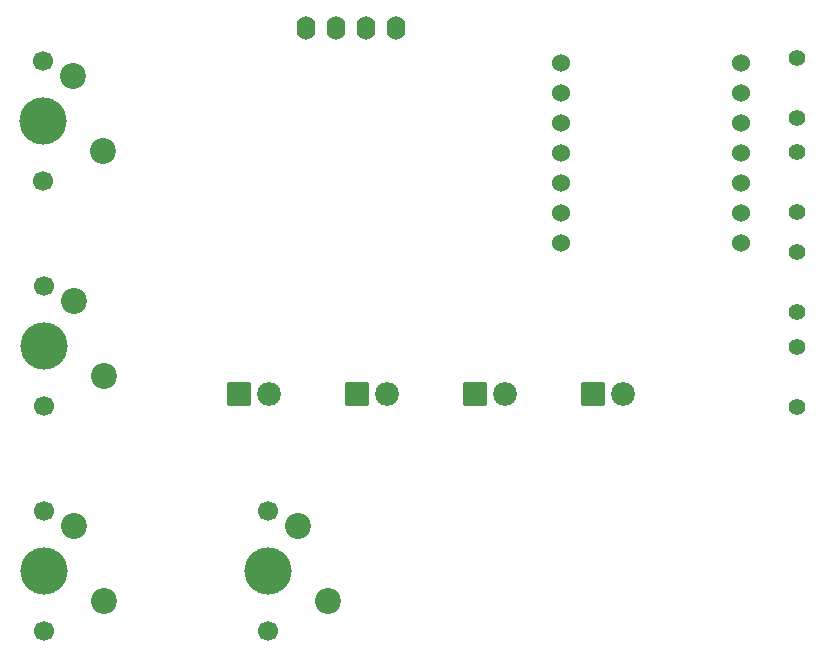
<source format=gbr>
%TF.GenerationSoftware,KiCad,Pcbnew,9.0.3*%
%TF.CreationDate,2025-07-31T16:39:18+03:00*%
%TF.ProjectId,BinaryCounter,42696e61-7279-4436-9f75-6e7465722e6b,V0.1*%
%TF.SameCoordinates,Original*%
%TF.FileFunction,Soldermask,Bot*%
%TF.FilePolarity,Negative*%
%FSLAX46Y46*%
G04 Gerber Fmt 4.6, Leading zero omitted, Abs format (unit mm)*
G04 Created by KiCad (PCBNEW 9.0.3) date 2025-07-31 16:39:18*
%MOMM*%
%LPD*%
G01*
G04 APERTURE LIST*
G04 Aperture macros list*
%AMRoundRect*
0 Rectangle with rounded corners*
0 $1 Rounding radius*
0 $2 $3 $4 $5 $6 $7 $8 $9 X,Y pos of 4 corners*
0 Add a 4 corners polygon primitive as box body*
4,1,4,$2,$3,$4,$5,$6,$7,$8,$9,$2,$3,0*
0 Add four circle primitives for the rounded corners*
1,1,$1+$1,$2,$3*
1,1,$1+$1,$4,$5*
1,1,$1+$1,$6,$7*
1,1,$1+$1,$8,$9*
0 Add four rect primitives between the rounded corners*
20,1,$1+$1,$2,$3,$4,$5,0*
20,1,$1+$1,$4,$5,$6,$7,0*
20,1,$1+$1,$6,$7,$8,$9,0*
20,1,$1+$1,$8,$9,$2,$3,0*%
G04 Aperture macros list end*
%ADD10C,1.524000*%
%ADD11RoundRect,0.102000X-0.907500X-0.907500X0.907500X-0.907500X0.907500X0.907500X-0.907500X0.907500X0*%
%ADD12C,2.019000*%
%ADD13O,1.600000X2.000000*%
%ADD14C,1.400000*%
%ADD15C,1.700000*%
%ADD16C,4.000000*%
%ADD17C,2.200000*%
G04 APERTURE END LIST*
D10*
%TO.C,U1*%
X118242641Y-44742641D03*
X118242641Y-47282641D03*
X118242641Y-49822641D03*
X118242641Y-52362641D03*
X118242641Y-54902641D03*
X118242641Y-57442641D03*
X118242641Y-59982641D03*
X133482641Y-59982641D03*
X133482641Y-57442641D03*
X133482641Y-54902641D03*
X133482641Y-52362641D03*
X133482641Y-49822641D03*
X133482641Y-47282641D03*
X133482641Y-44742641D03*
%TD*%
D11*
%TO.C,D4*%
X120972641Y-72742641D03*
D12*
X123512641Y-72742641D03*
%TD*%
D11*
%TO.C,D3*%
X110972641Y-72742641D03*
D12*
X113512641Y-72742641D03*
%TD*%
D11*
%TO.C,D2*%
X100972641Y-72742641D03*
D12*
X103512641Y-72742641D03*
%TD*%
D11*
%TO.C,D1*%
X90972641Y-72742641D03*
D12*
X93512641Y-72742641D03*
%TD*%
D13*
%TO.C,Brd1*%
X104242641Y-41742641D03*
X101702641Y-41742641D03*
X96622641Y-41742641D03*
X99162641Y-41742641D03*
%TD*%
D14*
%TO.C,R1*%
X138242641Y-73822641D03*
X138242641Y-68742641D03*
%TD*%
D15*
%TO.C,SW2*%
X74436633Y-63655582D03*
D16*
X74436633Y-68735582D03*
D15*
X74436633Y-73815582D03*
D17*
X79516633Y-71275582D03*
X76976633Y-64925582D03*
%TD*%
D14*
%TO.C,R3*%
X138242641Y-57362641D03*
X138242641Y-52282641D03*
%TD*%
%TO.C,R4*%
X138242641Y-49381861D03*
X138242641Y-44301861D03*
%TD*%
D15*
%TO.C,SW4*%
X93471910Y-82693709D03*
D16*
X93471910Y-87773709D03*
D15*
X93471910Y-92853709D03*
D17*
X98551910Y-90313709D03*
X96011910Y-83963709D03*
%TD*%
D14*
%TO.C,R2*%
X138242641Y-65841861D03*
X138242641Y-60761861D03*
%TD*%
D15*
%TO.C,SW1*%
X74407808Y-44566611D03*
D16*
X74407808Y-49646611D03*
D15*
X74407808Y-54726611D03*
D17*
X79487808Y-52186611D03*
X76947808Y-45836611D03*
%TD*%
D15*
%TO.C,SW3*%
X74438772Y-82693709D03*
D16*
X74438772Y-87773709D03*
D15*
X74438772Y-92853709D03*
D17*
X79518772Y-90313709D03*
X76978772Y-83963709D03*
%TD*%
M02*

</source>
